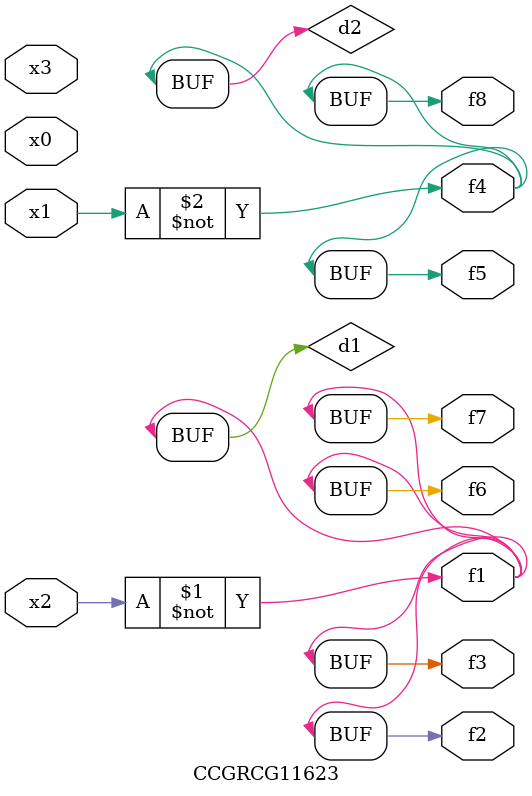
<source format=v>
module CCGRCG11623(
	input x0, x1, x2, x3,
	output f1, f2, f3, f4, f5, f6, f7, f8
);

	wire d1, d2;

	xnor (d1, x2);
	not (d2, x1);
	assign f1 = d1;
	assign f2 = d1;
	assign f3 = d1;
	assign f4 = d2;
	assign f5 = d2;
	assign f6 = d1;
	assign f7 = d1;
	assign f8 = d2;
endmodule

</source>
